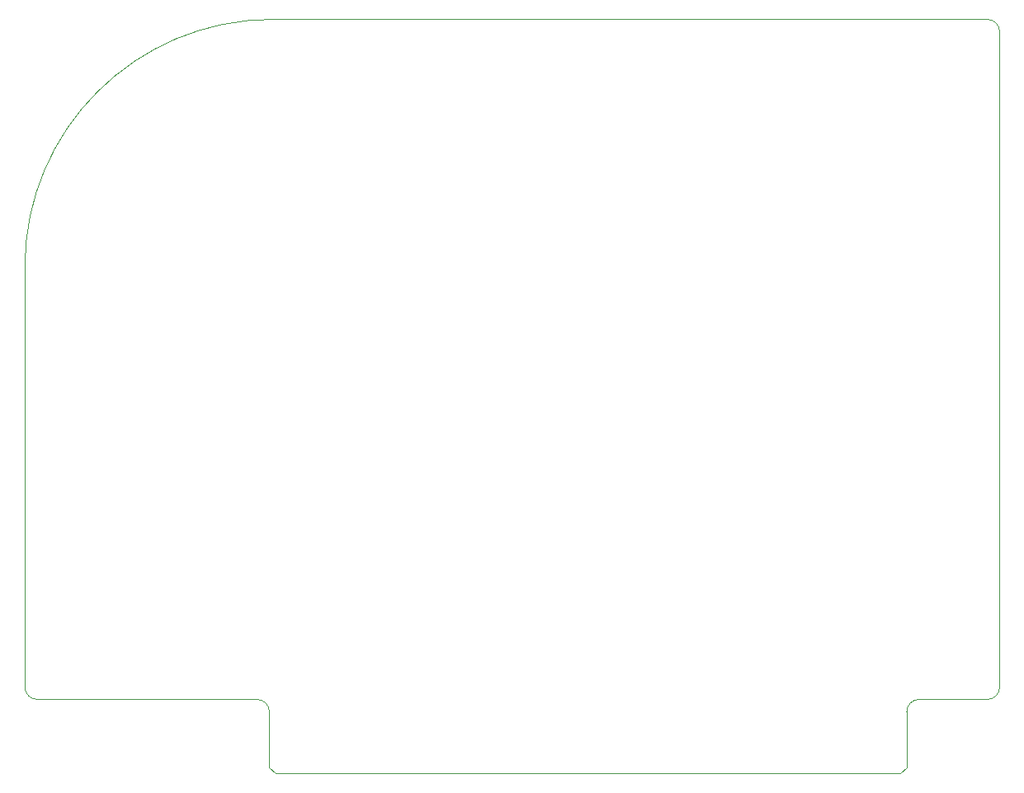
<source format=gbp>
G04 #@! TF.GenerationSoftware,KiCad,Pcbnew,7.0.2-0*
G04 #@! TF.CreationDate,2023-09-02T14:44:00-07:00*
G04 #@! TF.ProjectId,LanguageCard,4c616e67-7561-4676-9543-6172642e6b69,2*
G04 #@! TF.SameCoordinates,Original*
G04 #@! TF.FileFunction,Paste,Bot*
G04 #@! TF.FilePolarity,Positive*
%FSLAX46Y46*%
G04 Gerber Fmt 4.6, Leading zero omitted, Abs format (unit mm)*
G04 Created by KiCad (PCBNEW 7.0.2-0) date 2023-09-02 14:44:00*
%MOMM*%
%LPD*%
G01*
G04 APERTURE LIST*
G04 #@! TA.AperFunction,Profile*
%ADD10C,0.100000*%
G04 #@! TD*
G04 APERTURE END LIST*
D10*
X78105000Y-93980000D02*
G75*
G03*
X79375000Y-95250000I1270000J0D01*
G01*
X176847500Y-25400000D02*
X103505000Y-25400000D01*
X103187500Y-102235000D02*
X103822500Y-102870000D01*
X169862500Y-95250000D02*
X176847500Y-95250000D01*
X78105000Y-93980000D02*
X78105000Y-50800000D01*
X103187500Y-96520000D02*
G75*
G03*
X101917500Y-95250000I-1270000J0D01*
G01*
X178117500Y-93980000D02*
X178117500Y-26670000D01*
X103187500Y-96520000D02*
X103187500Y-102235000D01*
X79375000Y-95250000D02*
X101917500Y-95250000D01*
X176847500Y-95250000D02*
G75*
G03*
X178117500Y-93980000I0J1270000D01*
G01*
X178117500Y-26670000D02*
G75*
G03*
X176847500Y-25400000I-1270000J0D01*
G01*
X167957500Y-102870000D02*
X103822500Y-102870000D01*
X168592500Y-96520000D02*
X168592500Y-102235000D01*
X169862500Y-95250000D02*
G75*
G03*
X168592500Y-96520000I0J-1270000D01*
G01*
X168592500Y-102235000D02*
X167957500Y-102870000D01*
X103505000Y-25400000D02*
G75*
G03*
X78105000Y-50800000I0J-25400000D01*
G01*
M02*

</source>
